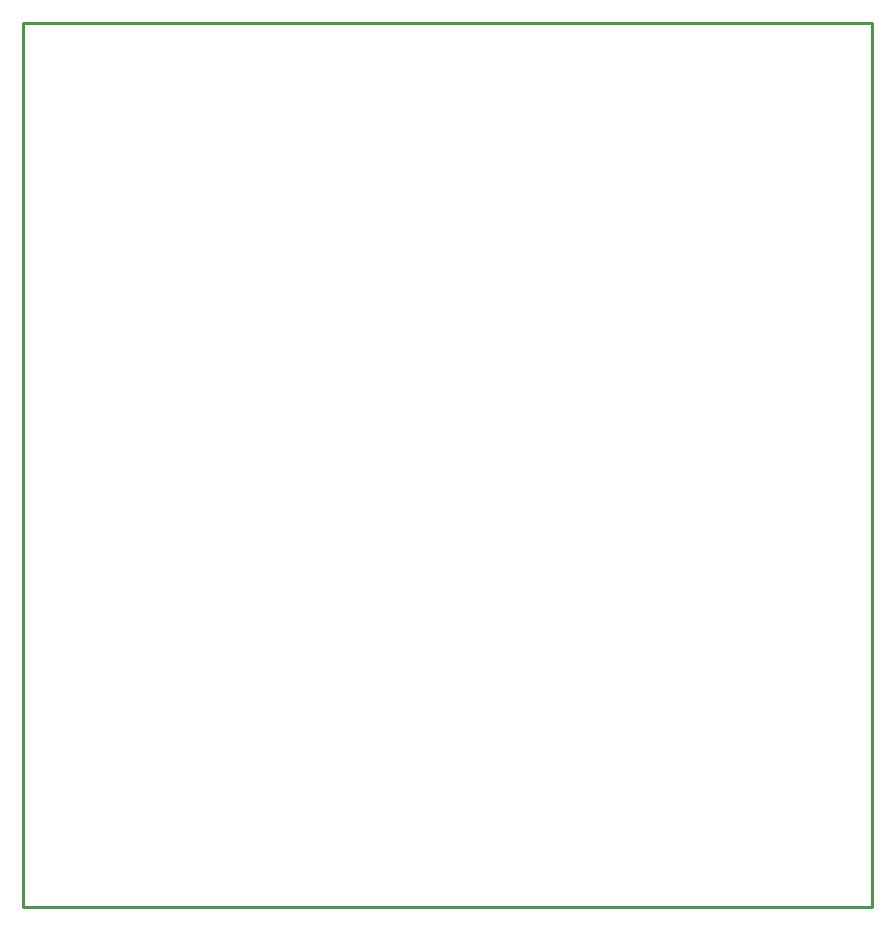
<source format=gbr>
G04 EAGLE Gerber RS-274X export*
G75*
%MOMM*%
%FSLAX34Y34*%
%LPD*%
%IN*%
%IPPOS*%
%AMOC8*
5,1,8,0,0,1.08239X$1,22.5*%
G01*
%ADD10C,0.254000*%


D10*
X-160020Y-332740D02*
X558600Y-332740D01*
X558600Y415800D01*
X-160020Y415800D01*
X-160020Y-332740D01*
M02*

</source>
